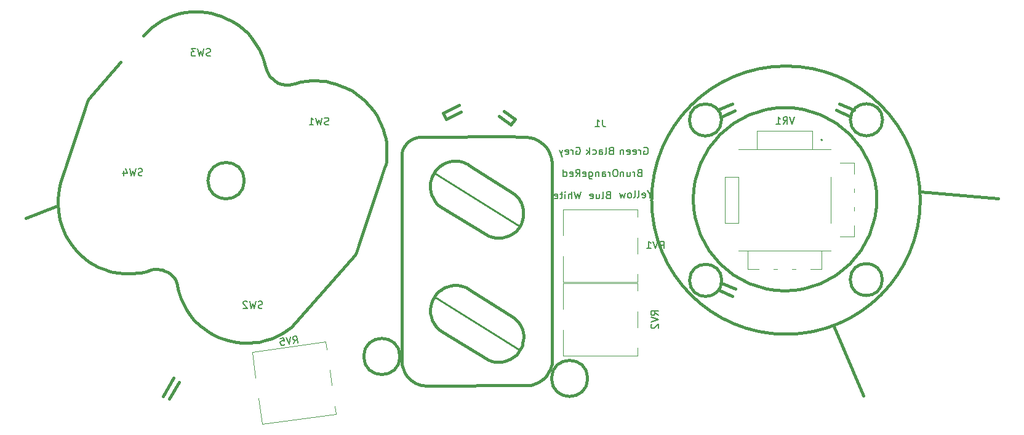
<source format=gbr>
%TF.GenerationSoftware,KiCad,Pcbnew,(6.99.0-2899-g66b8ecb467)*%
%TF.CreationDate,2022-08-21T04:15:40+02:00*%
%TF.ProjectId,Vectrex Pad miniNeoGeo-rounded-jlcpcb,56656374-7265-4782-9050-6164206d696e,1.3*%
%TF.SameCoordinates,Original*%
%TF.FileFunction,Legend,Bot*%
%TF.FilePolarity,Positive*%
%FSLAX46Y46*%
G04 Gerber Fmt 4.6, Leading zero omitted, Abs format (unit mm)*
G04 Created by KiCad (PCBNEW (6.99.0-2899-g66b8ecb467)) date 2022-08-21 04:15:40*
%MOMM*%
%LPD*%
G01*
G04 APERTURE LIST*
%ADD10C,0.400000*%
%ADD11C,0.250000*%
%ADD12C,0.150000*%
%ADD13C,0.120000*%
%ADD14C,0.200000*%
G04 APERTURE END LIST*
D10*
X149758400Y-81191100D02*
X149999700Y-81305400D01*
X149771100Y-98298000D02*
X149961600Y-98399600D01*
X113332260Y-95443040D02*
X113959640Y-95605600D01*
X115491260Y-52240180D02*
X116029740Y-52758340D01*
X158323280Y-99316540D02*
X158417260Y-99049840D01*
X143027400Y-77089000D02*
X149758400Y-81191100D01*
X153162000Y-97878900D02*
X153517600Y-97612200D01*
X197213220Y-93629480D02*
X201353420Y-103179880D01*
X91417140Y-72138540D02*
X91013280Y-73332340D01*
X141732000Y-91300300D02*
X141744700Y-91846400D01*
X137550822Y-97795080D02*
G75*
G03*
X137550822Y-97795080I-2491402J0D01*
G01*
X104935020Y-103256080D02*
X106382820Y-100766880D01*
X100799900Y-86365080D02*
X101528880Y-86283800D01*
X139806680Y-67637660D02*
X139479020Y-67741800D01*
X138043920Y-69034660D02*
X137916920Y-69306440D01*
X104569260Y-85824060D02*
X104846120Y-85877400D01*
X142735300Y-76860400D02*
X143027400Y-77089000D01*
X154266900Y-67543680D02*
X153662380Y-67520820D01*
X108884720Y-50289460D02*
X109519720Y-50271680D01*
X97683320Y-86055200D02*
X98122740Y-86174580D01*
X141782800Y-90805000D02*
X141732000Y-91300300D01*
X154203400Y-76619100D02*
X154076400Y-76377800D01*
X99537520Y-86370160D02*
X100241100Y-86390480D01*
X143466820Y-64267080D02*
X143949420Y-65079880D01*
X151955500Y-98463100D02*
X152387300Y-98298000D01*
X150164800Y-98450400D02*
X150583900Y-98526600D01*
X151188420Y-64673480D02*
X152763220Y-65867280D01*
X102567740Y-53235860D02*
X102923340Y-52920900D01*
X143294100Y-88544400D02*
X143040100Y-88709500D01*
X146875500Y-71297800D02*
X146608800Y-71170800D01*
X154012900Y-96926400D02*
X154241500Y-96570800D01*
X144335500Y-70942200D02*
X144106900Y-71005700D01*
X105534460Y-51125120D02*
X106349800Y-50779680D01*
X209202020Y-75112880D02*
X219895420Y-76052680D01*
X154508200Y-95554800D02*
X154546300Y-95148400D01*
X198051420Y-62946280D02*
X200007220Y-63809880D01*
X152763220Y-65867280D02*
X153398220Y-65130680D01*
X138744960Y-68148200D02*
X138480800Y-68389500D01*
X153492200Y-75615800D02*
X153263600Y-75438000D01*
X117701060Y-54668420D02*
X118160800Y-55435500D01*
X141947900Y-72974200D02*
X141833600Y-73329800D01*
X181389020Y-63784480D02*
X183268620Y-62946280D01*
X106634280Y-87208360D02*
X106809540Y-87591900D01*
X95303340Y-85062060D02*
X96111060Y-85465920D01*
X156852620Y-68224400D02*
X156400500Y-67945000D01*
X156801820Y-101224080D02*
X157076140Y-101031040D01*
X158440120Y-70957440D02*
X158419800Y-70787260D01*
X123903740Y-59977020D02*
X124653040Y-59852560D01*
X154381200Y-94081600D02*
X154241500Y-93713300D01*
X138958320Y-100980240D02*
X139329160Y-101267260D01*
X101528880Y-86283800D02*
X101920040Y-86235540D01*
X147027900Y-88519000D02*
X146710400Y-88315800D01*
X151066500Y-98539300D02*
X151536400Y-98526600D01*
X181823154Y-87304880D02*
G75*
G03*
X181823154Y-87304880I-2212134J0D01*
G01*
X155806140Y-101648260D02*
X156032200Y-101566980D01*
X107094020Y-88833960D02*
X107424220Y-89844880D01*
X119915940Y-95295720D02*
X120474740Y-95051880D01*
X119618760Y-95415100D02*
X119915940Y-95295720D01*
X147078700Y-71437500D02*
X146875500Y-71297800D01*
X98803460Y-86276180D02*
X99537520Y-86370160D01*
X125361700Y-59786520D02*
X126083060Y-59786520D01*
X124653040Y-59852560D02*
X125361700Y-59786520D01*
X153822400Y-80137000D02*
X154038300Y-79819500D01*
X157855920Y-69265800D02*
X157619700Y-68920360D01*
X135580120Y-67726560D02*
X135684260Y-68437760D01*
X112880140Y-50838100D02*
X113619280Y-51173380D01*
X154495500Y-94500700D02*
X154381200Y-94081600D01*
X100241100Y-86390480D02*
X100799900Y-86365080D01*
X203156846Y-76128880D02*
G75*
G03*
X203156846Y-76128880I-12623826J0D01*
G01*
X110825280Y-50365660D02*
X111554260Y-50482500D01*
X153504900Y-92684600D02*
X153238200Y-92468700D01*
X154330400Y-79197200D02*
X154419300Y-78892400D01*
X121282460Y-60276740D02*
X121790460Y-60391040D01*
X154228800Y-79476600D02*
X154330400Y-79197200D01*
X154495500Y-78562200D02*
X154520900Y-78206600D01*
X109519720Y-50271680D02*
X110220760Y-50299620D01*
X94576900Y-62626240D02*
X91417140Y-72138540D01*
X110634780Y-94013020D02*
X111340900Y-94505780D01*
X140756640Y-101790500D02*
X141069060Y-101820980D01*
X132651500Y-62456060D02*
X133352540Y-63195200D01*
X126083060Y-59786520D02*
X126784100Y-59824620D01*
X122664220Y-60314840D02*
X123096020Y-60170060D01*
X130134360Y-60764420D02*
X131018280Y-61236860D01*
X153187400Y-80759300D02*
X153530300Y-80479900D01*
X135656320Y-70977760D02*
X135587740Y-71338440D01*
X107185460Y-50530760D02*
X107886500Y-50396140D01*
X143522700Y-71247000D02*
X143230600Y-71437500D01*
X158511240Y-98356420D02*
X158440120Y-70967600D01*
X158417260Y-99049840D02*
X158470600Y-98861880D01*
X112237520Y-50673000D02*
X112880140Y-50838100D01*
X157345380Y-100850700D02*
X157581600Y-100606860D01*
X137792460Y-69715380D02*
X137774680Y-70104000D01*
X111340900Y-94505780D02*
X111927640Y-94828360D01*
X145986500Y-70954900D02*
X145630900Y-70891400D01*
X94183200Y-84300060D02*
X94736920Y-84711540D01*
X120474740Y-95051880D02*
X121135140Y-94726760D01*
X113619280Y-51173380D02*
X114368580Y-51518820D01*
X142481300Y-72123300D02*
X142265400Y-72402700D01*
X146710400Y-88315800D02*
X146177000Y-88112600D01*
X120167400Y-59690000D02*
X120733820Y-60083700D01*
X90528140Y-77670660D02*
X90622120Y-78437740D01*
X203946700Y-65181480D02*
G75*
G03*
X203946700Y-65181480I-2212280J0D01*
G01*
X157299660Y-68580000D02*
X156852620Y-68224400D01*
X118910100Y-95618300D02*
X119618760Y-95415100D01*
X181820820Y-87711280D02*
X183675020Y-88473280D01*
X128818640Y-60246260D02*
X129463800Y-60495180D01*
X153822400Y-93027500D02*
X153504900Y-92684600D01*
X99118420Y-57210960D02*
X94698820Y-62311280D01*
X140451840Y-101739700D02*
X140756640Y-101790500D01*
X163376919Y-100817680D02*
G75*
G03*
X163376919Y-100817680I-2485699J0D01*
G01*
X106809540Y-87591900D02*
X106923840Y-87990680D01*
X114924840Y-51874420D02*
X115491260Y-52240180D01*
X150583900Y-98526600D02*
X151066500Y-98539300D01*
X146278600Y-71043800D02*
X145986500Y-70954900D01*
X144526000Y-88036400D02*
X144030700Y-88176100D01*
X119044720Y-57779920D02*
X119265700Y-58519060D01*
X142290800Y-89535000D02*
X142049500Y-89979500D01*
X155227020Y-101760020D02*
X155508960Y-101719380D01*
X138341100Y-100233480D02*
X138582400Y-100591620D01*
X104274620Y-85783420D02*
X104569260Y-85824060D01*
X122555000Y-93771720D02*
X131384040Y-83830160D01*
X98122740Y-86174580D02*
X98803460Y-86276180D01*
X154076400Y-76377800D02*
X153885900Y-76060300D01*
X104002840Y-85763100D02*
X104274620Y-85783420D01*
X143230600Y-71437500D02*
X143014700Y-71602600D01*
X126784100Y-59824620D02*
X127302260Y-59883040D01*
X139479020Y-67741800D02*
X139138660Y-67906900D01*
X154861260Y-101782880D02*
X155227020Y-101760020D01*
X118140480Y-95801180D02*
X118910100Y-95618300D01*
X90838020Y-73893680D02*
X90647520Y-74660760D01*
X154241500Y-93713300D02*
X154051000Y-93357700D01*
X142201900Y-93218000D02*
X142557500Y-93687900D01*
X103268780Y-85864700D02*
X103652320Y-85783420D01*
X158135320Y-99755960D02*
X158244540Y-99532440D01*
X106349800Y-50779680D02*
X107185460Y-50530760D01*
X142379700Y-76428600D02*
X142735300Y-76860400D01*
X109230160Y-92745560D02*
X110007400Y-93512640D01*
X135470900Y-71716900D02*
X131518660Y-83439000D01*
X145834100Y-88023700D02*
X145440400Y-87998300D01*
X139745720Y-101485700D02*
X140012420Y-101602540D01*
X131018280Y-61236860D02*
X131919980Y-61851540D01*
X139329160Y-101267260D02*
X139745720Y-101485700D01*
X121716800Y-94371160D02*
X122161300Y-94073980D01*
X157076140Y-101031040D02*
X157345380Y-100850700D01*
X115902740Y-95915480D02*
X116763800Y-95940880D01*
X92422980Y-82471260D02*
X93050360Y-83248500D01*
X153695400Y-75831700D02*
X153492200Y-75615800D01*
X135722360Y-69166740D02*
X135732520Y-69850000D01*
X153398220Y-65130680D02*
X151899620Y-64013080D01*
X203915899Y-87203280D02*
G75*
G03*
X203915899Y-87203280I-2206879J0D01*
G01*
X154444700Y-95910400D02*
X154508200Y-95554800D01*
X107424220Y-89844880D02*
X107835700Y-90708480D01*
X102694740Y-86060280D02*
X103268780Y-85864700D01*
X103977440Y-52026820D02*
X104833420Y-51498500D01*
X158498540Y-98640900D02*
X158511240Y-98356420D01*
X154520900Y-77863700D02*
X154482800Y-77508100D01*
X91848940Y-81602580D02*
X92422980Y-82471260D01*
X154482800Y-77508100D02*
X154419300Y-77203300D01*
X153238200Y-92468700D02*
X147027900Y-88519000D01*
X110220760Y-50299620D02*
X110825280Y-50365660D01*
X155963620Y-67749420D02*
X155425140Y-67602100D01*
X142875000Y-88823800D02*
X142570200Y-89141300D01*
X158470600Y-98861880D02*
X158498540Y-98640900D01*
X138148060Y-99888040D02*
X138341100Y-100233480D01*
X154038300Y-79819500D02*
X154228800Y-79476600D01*
X107886500Y-50396140D02*
X108884720Y-50289460D01*
X117152420Y-53891180D02*
X117701060Y-54668420D01*
X118872000Y-57116980D02*
X119044720Y-57779920D01*
X153885900Y-76060300D02*
X153695400Y-75831700D01*
X135684260Y-68437760D02*
X135722360Y-69166740D01*
X107835700Y-90708480D02*
X108198920Y-91368880D01*
X181389020Y-88625680D02*
X183268620Y-89489280D01*
X129463800Y-60495180D02*
X130134360Y-60764420D01*
X152781000Y-81051400D02*
X153187400Y-80759300D01*
X91160600Y-80205580D02*
X91518740Y-81008220D01*
X149999700Y-81305400D02*
X150304500Y-81381600D01*
X115051840Y-95846900D02*
X115902740Y-95915480D01*
D11*
X142275560Y-89575640D02*
X154043380Y-96944180D01*
D10*
X122161300Y-94073980D02*
X122555000Y-93771720D01*
X181786945Y-65206880D02*
G75*
G03*
X181786945Y-65206880I-2205563J0D01*
G01*
X106222800Y-86700360D02*
X106446320Y-86944200D01*
X146177000Y-88112600D02*
X145834100Y-88023700D01*
X90622120Y-78437740D02*
X90817700Y-79240380D01*
X116606320Y-53286660D02*
X117152420Y-53891180D01*
X149961600Y-98399600D02*
X150164800Y-98450400D01*
X158244540Y-99532440D02*
X158323280Y-99316540D01*
X123096020Y-60170060D02*
X123903740Y-59977020D01*
X151053800Y-81470500D02*
X151574500Y-81432400D01*
X143243300Y-94322900D02*
X149771100Y-98298000D01*
X143040100Y-88709500D02*
X142875000Y-88823800D01*
X128127760Y-60073540D02*
X128818640Y-60246260D01*
X105958640Y-86451440D02*
X106222800Y-86700360D01*
X143662400Y-88328500D02*
X143294100Y-88544400D01*
X121135140Y-94726760D02*
X121716800Y-94371160D01*
X157792420Y-100327460D02*
X157998160Y-99997260D01*
X134792720Y-65432940D02*
X135234680Y-66545460D01*
X119628920Y-59171840D02*
X120167400Y-59690000D01*
X120733820Y-60083700D02*
X121282460Y-60276740D01*
X158054040Y-69623940D02*
X157855920Y-69265800D01*
X157998160Y-99997260D02*
X158135320Y-99755960D01*
X105643680Y-86194900D02*
X105958640Y-86451440D01*
X118160800Y-55435500D02*
X118582440Y-56357520D01*
X134388860Y-64635380D02*
X134792720Y-65432940D01*
X133352540Y-63195200D02*
X133967220Y-63982600D01*
X145651220Y-63124080D02*
X143466820Y-64267080D01*
X143014700Y-71602600D02*
X142709900Y-71843900D01*
X144030700Y-88176100D02*
X143662400Y-88328500D01*
X146608800Y-71170800D02*
X146278600Y-71043800D01*
X141719300Y-73787000D02*
X141693900Y-74218800D01*
X138480800Y-68389500D02*
X138244580Y-68704460D01*
X153517600Y-97612200D02*
X153784300Y-97307400D01*
X153784300Y-97307400D02*
X154012900Y-96926400D01*
X97063560Y-85859620D02*
X97683320Y-86055200D01*
X137774680Y-70104000D02*
X137797540Y-98582480D01*
X152387300Y-98298000D02*
X152793700Y-98120200D01*
X133967220Y-63982600D02*
X134388860Y-64635380D01*
X152438100Y-81178400D02*
X152781000Y-81051400D01*
X102229920Y-86182200D02*
X102694740Y-86060280D01*
X141833600Y-73329800D02*
X141719300Y-73787000D01*
X101920040Y-86235540D02*
X102229920Y-86182200D01*
X131518660Y-83439000D02*
X131384040Y-83830160D01*
X151536400Y-98526600D02*
X151955500Y-98463100D01*
X142100300Y-75933300D02*
X142379700Y-76428600D01*
X135587740Y-71338440D02*
X135470900Y-71716900D01*
X154241500Y-96570800D02*
X154368500Y-96266000D01*
D11*
X142214600Y-72456040D02*
X153984960Y-79860140D01*
D10*
X93050360Y-83248500D02*
X93609160Y-83807300D01*
X155508960Y-101719380D02*
X155806140Y-101648260D01*
X116029740Y-52758340D02*
X116606320Y-53286660D01*
X90451940Y-76880720D02*
X90528140Y-77670660D01*
X139138660Y-67906900D02*
X138744960Y-68148200D01*
X150660100Y-81445100D02*
X151053800Y-81470500D01*
X110007400Y-93512640D02*
X110634780Y-94013020D01*
X142557500Y-93687900D02*
X142824200Y-93980000D01*
X137820400Y-98930460D02*
X137949940Y-99405440D01*
X154051000Y-93357700D02*
X153822400Y-93027500D01*
X106446320Y-86944200D02*
X106634280Y-87208360D01*
X112590580Y-95145860D02*
X113332260Y-95443040D01*
X116763800Y-95940880D02*
X117703600Y-95841820D01*
X154419300Y-77203300D02*
X154317700Y-76898500D01*
X156032200Y-101566980D02*
X156436060Y-101414580D01*
X143827500Y-71120000D02*
X143522700Y-71247000D01*
X152095200Y-81305400D02*
X152438100Y-81178400D01*
X113959640Y-95605600D02*
X115051840Y-95846900D01*
X91013280Y-73332340D02*
X90838020Y-73893680D01*
X153530300Y-80479900D02*
X153822400Y-80137000D01*
X153662380Y-67520820D02*
X153220420Y-67508120D01*
X209137974Y-76255880D02*
G75*
G03*
X209137974Y-76255880I-18477954J0D01*
G01*
X137797540Y-98582480D02*
X137820400Y-98930460D01*
X135732520Y-69850000D02*
X135694420Y-70545960D01*
X142709900Y-71843900D02*
X142481300Y-72123300D01*
X91518740Y-81008220D02*
X91848940Y-81602580D01*
X103652320Y-85783420D02*
X104002840Y-85763100D01*
X142824200Y-93980000D02*
X143243300Y-94322900D01*
X156436060Y-101414580D02*
X156801820Y-101224080D01*
X199575420Y-64724280D02*
X197568820Y-63860680D01*
X142265400Y-72402700D02*
X142100300Y-72682100D01*
X105407460Y-86088220D02*
X105643680Y-86194900D01*
X140319760Y-67581780D02*
X140083540Y-67589400D01*
X144106900Y-71005700D02*
X143827500Y-71120000D01*
X106923840Y-87990680D02*
X107017820Y-88468200D01*
X117703600Y-95841820D02*
X118140480Y-95801180D01*
X102268020Y-53581300D02*
X102567740Y-53235860D01*
X90472260Y-76050140D02*
X90451940Y-76880720D01*
X131919980Y-61851540D02*
X132651500Y-62456060D01*
X138582400Y-100591620D02*
X138958320Y-100980240D01*
X105163620Y-85994240D02*
X105407460Y-86088220D01*
X155021280Y-67556380D02*
X154266900Y-67543680D01*
X93609160Y-83807300D02*
X94183200Y-84300060D01*
X156400500Y-67945000D02*
X155963620Y-67749420D01*
X140012420Y-101602540D02*
X140451840Y-101739700D01*
X103372920Y-52451000D02*
X103977440Y-52026820D01*
X155425140Y-67602100D02*
X155021280Y-67556380D01*
X135694420Y-70545960D02*
X135656320Y-70977760D01*
X152793700Y-98120200D02*
X153162000Y-97878900D01*
X116137406Y-73570000D02*
G75*
G03*
X116137406Y-73570000I-2507406J0D01*
G01*
X145440400Y-87998300D02*
X145008600Y-87985600D01*
X102923340Y-52920900D02*
X103372920Y-52451000D01*
X138244580Y-68704460D02*
X138043920Y-69034660D01*
X135387080Y-67063620D02*
X135580120Y-67726560D01*
X142570200Y-89141300D02*
X142290800Y-89535000D01*
X122290840Y-60363100D02*
X122664220Y-60314840D01*
X154533600Y-94881700D02*
X154495500Y-94500700D01*
X141871700Y-75501500D02*
X142100300Y-75933300D01*
X90401140Y-77071220D02*
X86080600Y-78709520D01*
X154317700Y-76898500D02*
X154203400Y-76619100D01*
X137949940Y-99405440D02*
X138148060Y-99888040D01*
X94698820Y-62311280D02*
X94576900Y-62626240D01*
X154520900Y-78206600D02*
X154520900Y-77863700D01*
X143949420Y-65079880D02*
X145905220Y-64063880D01*
X150304500Y-81381600D02*
X150660100Y-81445100D01*
X141770100Y-75057000D02*
X141871700Y-75501500D01*
X154368500Y-96266000D02*
X154444700Y-95910400D01*
X108198920Y-91368880D02*
X108699300Y-92090240D01*
X104833420Y-51498500D02*
X105534460Y-51125120D01*
X141693900Y-74676000D02*
X141770100Y-75057000D01*
X105773220Y-103637080D02*
X107195620Y-101351080D01*
X158361380Y-70482460D02*
X158234380Y-70027800D01*
X142100300Y-72682100D02*
X141947900Y-72974200D01*
X90647520Y-74660760D02*
X90548460Y-75430380D01*
X137916920Y-69306440D02*
X137792460Y-69715380D01*
X96111060Y-85465920D02*
X97063560Y-85859620D01*
X94736920Y-84711540D02*
X95303340Y-85062060D01*
X145630900Y-70891400D02*
X145389600Y-70853300D01*
X135234680Y-66545460D02*
X135387080Y-67063620D01*
X119265700Y-58519060D02*
X119628920Y-59171840D01*
X90548460Y-75430380D02*
X90472260Y-76050140D01*
X140083540Y-67589400D02*
X139806680Y-67637660D01*
X111927640Y-94828360D02*
X112590580Y-95145860D01*
X121790460Y-60391040D02*
X122290840Y-60363100D01*
X181846220Y-64724280D02*
X183598820Y-63936880D01*
X111554260Y-50482500D02*
X112237520Y-50673000D01*
X141897100Y-90385900D02*
X141782800Y-90805000D01*
X145389600Y-70853300D02*
X145110200Y-70840600D01*
X141069060Y-101820980D02*
X154861260Y-101782880D01*
X145008600Y-87985600D02*
X144526000Y-88036400D01*
X157619700Y-68920360D02*
X157299660Y-68580000D01*
X157581600Y-100606860D02*
X157792420Y-100327460D01*
X153263600Y-75438000D02*
X147078700Y-71437500D01*
X141693900Y-74218800D02*
X141693900Y-74676000D01*
X141986000Y-92786200D02*
X142201900Y-93218000D01*
X144729200Y-70878700D02*
X144335500Y-70942200D01*
X154546300Y-95148400D02*
X154533600Y-94881700D01*
X141833600Y-92341700D02*
X141986000Y-92786200D01*
X142049500Y-89979500D02*
X141897100Y-90385900D01*
X108699300Y-92090240D02*
X109230160Y-92745560D01*
X145110200Y-70840600D02*
X144729200Y-70878700D01*
X90817700Y-79240380D02*
X91160600Y-80205580D01*
X154419300Y-78892400D02*
X154495500Y-78562200D01*
X153220420Y-67508120D02*
X140319760Y-67581780D01*
X151574500Y-81432400D02*
X152095200Y-81305400D01*
X104846120Y-85877400D02*
X105163620Y-85994240D01*
X114368580Y-51518820D02*
X114924840Y-51874420D01*
X127302260Y-59883040D02*
X128127760Y-60073540D01*
X158419800Y-70787260D02*
X158361380Y-70482460D01*
X158234380Y-70027800D02*
X158054040Y-69623940D01*
X107017820Y-88468200D02*
X107094020Y-88833960D01*
X141744700Y-91846400D02*
X141833600Y-92341700D01*
X118582440Y-56357520D02*
X118872000Y-57116980D01*
D12*
%TO.C,*%
%TO.C,VR1*%
X191842543Y-64772380D02*
X191509210Y-65772380D01*
X191509210Y-65772380D02*
X191175877Y-64772380D01*
X190271115Y-65772380D02*
X190604448Y-65296190D01*
X190842543Y-65772380D02*
X190842543Y-64772380D01*
X190842543Y-64772380D02*
X190461591Y-64772380D01*
X190461591Y-64772380D02*
X190366353Y-64820000D01*
X190366353Y-64820000D02*
X190318734Y-64867619D01*
X190318734Y-64867619D02*
X190271115Y-64962857D01*
X190271115Y-64962857D02*
X190271115Y-65105714D01*
X190271115Y-65105714D02*
X190318734Y-65200952D01*
X190318734Y-65200952D02*
X190366353Y-65248571D01*
X190366353Y-65248571D02*
X190461591Y-65296190D01*
X190461591Y-65296190D02*
X190842543Y-65296190D01*
X189318734Y-65772380D02*
X189890162Y-65772380D01*
X189604448Y-65772380D02*
X189604448Y-64772380D01*
X189604448Y-64772380D02*
X189699686Y-64915238D01*
X189699686Y-64915238D02*
X189794924Y-65010476D01*
X189794924Y-65010476D02*
X189890162Y-65058095D01*
%TO.C,SW2*%
X118630532Y-91124761D02*
X118487675Y-91172380D01*
X118487675Y-91172380D02*
X118249580Y-91172380D01*
X118249580Y-91172380D02*
X118154342Y-91124761D01*
X118154342Y-91124761D02*
X118106723Y-91077142D01*
X118106723Y-91077142D02*
X118059104Y-90981904D01*
X118059104Y-90981904D02*
X118059104Y-90886666D01*
X118059104Y-90886666D02*
X118106723Y-90791428D01*
X118106723Y-90791428D02*
X118154342Y-90743809D01*
X118154342Y-90743809D02*
X118249580Y-90696190D01*
X118249580Y-90696190D02*
X118440056Y-90648571D01*
X118440056Y-90648571D02*
X118535294Y-90600952D01*
X118535294Y-90600952D02*
X118582913Y-90553333D01*
X118582913Y-90553333D02*
X118630532Y-90458095D01*
X118630532Y-90458095D02*
X118630532Y-90362857D01*
X118630532Y-90362857D02*
X118582913Y-90267619D01*
X118582913Y-90267619D02*
X118535294Y-90220000D01*
X118535294Y-90220000D02*
X118440056Y-90172380D01*
X118440056Y-90172380D02*
X118201961Y-90172380D01*
X118201961Y-90172380D02*
X118059104Y-90220000D01*
X117725770Y-90172380D02*
X117487675Y-91172380D01*
X117487675Y-91172380D02*
X117297199Y-90458095D01*
X117297199Y-90458095D02*
X117106723Y-91172380D01*
X117106723Y-91172380D02*
X116868628Y-90172380D01*
X116535294Y-90267619D02*
X116487675Y-90220000D01*
X116487675Y-90220000D02*
X116392437Y-90172380D01*
X116392437Y-90172380D02*
X116154342Y-90172380D01*
X116154342Y-90172380D02*
X116059104Y-90220000D01*
X116059104Y-90220000D02*
X116011485Y-90267619D01*
X116011485Y-90267619D02*
X115963866Y-90362857D01*
X115963866Y-90362857D02*
X115963866Y-90458095D01*
X115963866Y-90458095D02*
X116011485Y-90600952D01*
X116011485Y-90600952D02*
X116582913Y-91172380D01*
X116582913Y-91172380D02*
X115963866Y-91172380D01*
%TO.C,SW3*%
X111493132Y-56352161D02*
X111350275Y-56399780D01*
X111350275Y-56399780D02*
X111112180Y-56399780D01*
X111112180Y-56399780D02*
X111016942Y-56352161D01*
X111016942Y-56352161D02*
X110969323Y-56304542D01*
X110969323Y-56304542D02*
X110921704Y-56209304D01*
X110921704Y-56209304D02*
X110921704Y-56114066D01*
X110921704Y-56114066D02*
X110969323Y-56018828D01*
X110969323Y-56018828D02*
X111016942Y-55971209D01*
X111016942Y-55971209D02*
X111112180Y-55923590D01*
X111112180Y-55923590D02*
X111302656Y-55875971D01*
X111302656Y-55875971D02*
X111397894Y-55828352D01*
X111397894Y-55828352D02*
X111445513Y-55780733D01*
X111445513Y-55780733D02*
X111493132Y-55685495D01*
X111493132Y-55685495D02*
X111493132Y-55590257D01*
X111493132Y-55590257D02*
X111445513Y-55495019D01*
X111445513Y-55495019D02*
X111397894Y-55447400D01*
X111397894Y-55447400D02*
X111302656Y-55399780D01*
X111302656Y-55399780D02*
X111064561Y-55399780D01*
X111064561Y-55399780D02*
X110921704Y-55447400D01*
X110588370Y-55399780D02*
X110350275Y-56399780D01*
X110350275Y-56399780D02*
X110159799Y-55685495D01*
X110159799Y-55685495D02*
X109969323Y-56399780D01*
X109969323Y-56399780D02*
X109731228Y-55399780D01*
X109445513Y-55399780D02*
X108826466Y-55399780D01*
X108826466Y-55399780D02*
X109159799Y-55780733D01*
X109159799Y-55780733D02*
X109016942Y-55780733D01*
X109016942Y-55780733D02*
X108921704Y-55828352D01*
X108921704Y-55828352D02*
X108874085Y-55875971D01*
X108874085Y-55875971D02*
X108826466Y-55971209D01*
X108826466Y-55971209D02*
X108826466Y-56209304D01*
X108826466Y-56209304D02*
X108874085Y-56304542D01*
X108874085Y-56304542D02*
X108921704Y-56352161D01*
X108921704Y-56352161D02*
X109016942Y-56399780D01*
X109016942Y-56399780D02*
X109302656Y-56399780D01*
X109302656Y-56399780D02*
X109397894Y-56352161D01*
X109397894Y-56352161D02*
X109445513Y-56304542D01*
%TO.C,RV1*%
X173315238Y-82917380D02*
X173648571Y-82441190D01*
X173886666Y-82917380D02*
X173886666Y-81917380D01*
X173886666Y-81917380D02*
X173505714Y-81917380D01*
X173505714Y-81917380D02*
X173410476Y-81965000D01*
X173410476Y-81965000D02*
X173362857Y-82012619D01*
X173362857Y-82012619D02*
X173315238Y-82107857D01*
X173315238Y-82107857D02*
X173315238Y-82250714D01*
X173315238Y-82250714D02*
X173362857Y-82345952D01*
X173362857Y-82345952D02*
X173410476Y-82393571D01*
X173410476Y-82393571D02*
X173505714Y-82441190D01*
X173505714Y-82441190D02*
X173886666Y-82441190D01*
X173029523Y-81917380D02*
X172696190Y-82917380D01*
X172696190Y-82917380D02*
X172362857Y-81917380D01*
X171505714Y-82917380D02*
X172077142Y-82917380D01*
X171791428Y-82917380D02*
X171791428Y-81917380D01*
X171791428Y-81917380D02*
X171886666Y-82060238D01*
X171886666Y-82060238D02*
X171981904Y-82155476D01*
X171981904Y-82155476D02*
X172077142Y-82203095D01*
%TO.C,RV2*%
X173087380Y-92114761D02*
X172611190Y-91781428D01*
X173087380Y-91543333D02*
X172087380Y-91543333D01*
X172087380Y-91543333D02*
X172087380Y-91924285D01*
X172087380Y-91924285D02*
X172135000Y-92019523D01*
X172135000Y-92019523D02*
X172182619Y-92067142D01*
X172182619Y-92067142D02*
X172277857Y-92114761D01*
X172277857Y-92114761D02*
X172420714Y-92114761D01*
X172420714Y-92114761D02*
X172515952Y-92067142D01*
X172515952Y-92067142D02*
X172563571Y-92019523D01*
X172563571Y-92019523D02*
X172611190Y-91924285D01*
X172611190Y-91924285D02*
X172611190Y-91543333D01*
X172087380Y-92400476D02*
X173087380Y-92733809D01*
X173087380Y-92733809D02*
X172087380Y-93067142D01*
X172182619Y-93352857D02*
X172135000Y-93400476D01*
X172135000Y-93400476D02*
X172087380Y-93495714D01*
X172087380Y-93495714D02*
X172087380Y-93733809D01*
X172087380Y-93733809D02*
X172135000Y-93829047D01*
X172135000Y-93829047D02*
X172182619Y-93876666D01*
X172182619Y-93876666D02*
X172277857Y-93924285D01*
X172277857Y-93924285D02*
X172373095Y-93924285D01*
X172373095Y-93924285D02*
X172515952Y-93876666D01*
X172515952Y-93876666D02*
X173087380Y-93305238D01*
X173087380Y-93305238D02*
X173087380Y-93924285D01*
%TO.C,SW1*%
X127749132Y-65851761D02*
X127606275Y-65899380D01*
X127606275Y-65899380D02*
X127368180Y-65899380D01*
X127368180Y-65899380D02*
X127272942Y-65851761D01*
X127272942Y-65851761D02*
X127225323Y-65804142D01*
X127225323Y-65804142D02*
X127177704Y-65708904D01*
X127177704Y-65708904D02*
X127177704Y-65613666D01*
X127177704Y-65613666D02*
X127225323Y-65518428D01*
X127225323Y-65518428D02*
X127272942Y-65470809D01*
X127272942Y-65470809D02*
X127368180Y-65423190D01*
X127368180Y-65423190D02*
X127558656Y-65375571D01*
X127558656Y-65375571D02*
X127653894Y-65327952D01*
X127653894Y-65327952D02*
X127701513Y-65280333D01*
X127701513Y-65280333D02*
X127749132Y-65185095D01*
X127749132Y-65185095D02*
X127749132Y-65089857D01*
X127749132Y-65089857D02*
X127701513Y-64994619D01*
X127701513Y-64994619D02*
X127653894Y-64947000D01*
X127653894Y-64947000D02*
X127558656Y-64899380D01*
X127558656Y-64899380D02*
X127320561Y-64899380D01*
X127320561Y-64899380D02*
X127177704Y-64947000D01*
X126844370Y-64899380D02*
X126606275Y-65899380D01*
X126606275Y-65899380D02*
X126415799Y-65185095D01*
X126415799Y-65185095D02*
X126225323Y-65899380D01*
X126225323Y-65899380D02*
X125987228Y-64899380D01*
X125082466Y-65899380D02*
X125653894Y-65899380D01*
X125368180Y-65899380D02*
X125368180Y-64899380D01*
X125368180Y-64899380D02*
X125463418Y-65042238D01*
X125463418Y-65042238D02*
X125558656Y-65137476D01*
X125558656Y-65137476D02*
X125653894Y-65185095D01*
%TO.C,J1*%
X165433333Y-65153380D02*
X165433333Y-65867666D01*
X165433333Y-65867666D02*
X165480952Y-66010523D01*
X165480952Y-66010523D02*
X165576190Y-66105761D01*
X165576190Y-66105761D02*
X165719047Y-66153380D01*
X165719047Y-66153380D02*
X165814285Y-66153380D01*
X164433333Y-66153380D02*
X165004761Y-66153380D01*
X164719047Y-66153380D02*
X164719047Y-65153380D01*
X164719047Y-65153380D02*
X164814285Y-65296238D01*
X164814285Y-65296238D02*
X164909523Y-65391476D01*
X164909523Y-65391476D02*
X165004761Y-65439095D01*
X161798095Y-69011000D02*
X161893333Y-68963380D01*
X161893333Y-68963380D02*
X162036190Y-68963380D01*
X162036190Y-68963380D02*
X162179047Y-69011000D01*
X162179047Y-69011000D02*
X162274285Y-69106238D01*
X162274285Y-69106238D02*
X162321904Y-69201476D01*
X162321904Y-69201476D02*
X162369523Y-69391952D01*
X162369523Y-69391952D02*
X162369523Y-69534809D01*
X162369523Y-69534809D02*
X162321904Y-69725285D01*
X162321904Y-69725285D02*
X162274285Y-69820523D01*
X162274285Y-69820523D02*
X162179047Y-69915761D01*
X162179047Y-69915761D02*
X162036190Y-69963380D01*
X162036190Y-69963380D02*
X161940952Y-69963380D01*
X161940952Y-69963380D02*
X161798095Y-69915761D01*
X161798095Y-69915761D02*
X161750476Y-69868142D01*
X161750476Y-69868142D02*
X161750476Y-69534809D01*
X161750476Y-69534809D02*
X161940952Y-69534809D01*
X161321904Y-69963380D02*
X161321904Y-69296714D01*
X161321904Y-69487190D02*
X161274285Y-69391952D01*
X161274285Y-69391952D02*
X161226666Y-69344333D01*
X161226666Y-69344333D02*
X161131428Y-69296714D01*
X161131428Y-69296714D02*
X161036190Y-69296714D01*
X160321904Y-69915761D02*
X160417142Y-69963380D01*
X160417142Y-69963380D02*
X160607618Y-69963380D01*
X160607618Y-69963380D02*
X160702856Y-69915761D01*
X160702856Y-69915761D02*
X160750475Y-69820523D01*
X160750475Y-69820523D02*
X160750475Y-69439571D01*
X160750475Y-69439571D02*
X160702856Y-69344333D01*
X160702856Y-69344333D02*
X160607618Y-69296714D01*
X160607618Y-69296714D02*
X160417142Y-69296714D01*
X160417142Y-69296714D02*
X160321904Y-69344333D01*
X160321904Y-69344333D02*
X160274285Y-69439571D01*
X160274285Y-69439571D02*
X160274285Y-69534809D01*
X160274285Y-69534809D02*
X160750475Y-69630047D01*
X159940951Y-69296714D02*
X159702856Y-69963380D01*
X159464761Y-69296714D02*
X159702856Y-69963380D01*
X159702856Y-69963380D02*
X159798094Y-70201476D01*
X159798094Y-70201476D02*
X159845713Y-70249095D01*
X159845713Y-70249095D02*
X159940951Y-70296714D01*
X166576190Y-69439571D02*
X166433333Y-69487190D01*
X166433333Y-69487190D02*
X166385714Y-69534809D01*
X166385714Y-69534809D02*
X166338095Y-69630047D01*
X166338095Y-69630047D02*
X166338095Y-69772904D01*
X166338095Y-69772904D02*
X166385714Y-69868142D01*
X166385714Y-69868142D02*
X166433333Y-69915761D01*
X166433333Y-69915761D02*
X166528571Y-69963380D01*
X166528571Y-69963380D02*
X166909523Y-69963380D01*
X166909523Y-69963380D02*
X166909523Y-68963380D01*
X166909523Y-68963380D02*
X166576190Y-68963380D01*
X166576190Y-68963380D02*
X166480952Y-69011000D01*
X166480952Y-69011000D02*
X166433333Y-69058619D01*
X166433333Y-69058619D02*
X166385714Y-69153857D01*
X166385714Y-69153857D02*
X166385714Y-69249095D01*
X166385714Y-69249095D02*
X166433333Y-69344333D01*
X166433333Y-69344333D02*
X166480952Y-69391952D01*
X166480952Y-69391952D02*
X166576190Y-69439571D01*
X166576190Y-69439571D02*
X166909523Y-69439571D01*
X165766666Y-69963380D02*
X165861904Y-69915761D01*
X165861904Y-69915761D02*
X165909523Y-69820523D01*
X165909523Y-69820523D02*
X165909523Y-68963380D01*
X164957142Y-69963380D02*
X164957142Y-69439571D01*
X164957142Y-69439571D02*
X165004761Y-69344333D01*
X165004761Y-69344333D02*
X165099999Y-69296714D01*
X165099999Y-69296714D02*
X165290475Y-69296714D01*
X165290475Y-69296714D02*
X165385713Y-69344333D01*
X164957142Y-69915761D02*
X165052380Y-69963380D01*
X165052380Y-69963380D02*
X165290475Y-69963380D01*
X165290475Y-69963380D02*
X165385713Y-69915761D01*
X165385713Y-69915761D02*
X165433332Y-69820523D01*
X165433332Y-69820523D02*
X165433332Y-69725285D01*
X165433332Y-69725285D02*
X165385713Y-69630047D01*
X165385713Y-69630047D02*
X165290475Y-69582428D01*
X165290475Y-69582428D02*
X165052380Y-69582428D01*
X165052380Y-69582428D02*
X164957142Y-69534809D01*
X164052380Y-69915761D02*
X164147618Y-69963380D01*
X164147618Y-69963380D02*
X164338094Y-69963380D01*
X164338094Y-69963380D02*
X164433332Y-69915761D01*
X164433332Y-69915761D02*
X164480951Y-69868142D01*
X164480951Y-69868142D02*
X164528570Y-69772904D01*
X164528570Y-69772904D02*
X164528570Y-69487190D01*
X164528570Y-69487190D02*
X164480951Y-69391952D01*
X164480951Y-69391952D02*
X164433332Y-69344333D01*
X164433332Y-69344333D02*
X164338094Y-69296714D01*
X164338094Y-69296714D02*
X164147618Y-69296714D01*
X164147618Y-69296714D02*
X164052380Y-69344333D01*
X163623808Y-69963380D02*
X163623808Y-68963380D01*
X163528570Y-69582428D02*
X163242856Y-69963380D01*
X163242856Y-69296714D02*
X163623808Y-69677666D01*
X167290476Y-72011380D02*
X167100000Y-72011380D01*
X167100000Y-72011380D02*
X167004762Y-72059000D01*
X167004762Y-72059000D02*
X166909524Y-72154238D01*
X166909524Y-72154238D02*
X166861905Y-72344714D01*
X166861905Y-72344714D02*
X166861905Y-72678047D01*
X166861905Y-72678047D02*
X166909524Y-72868523D01*
X166909524Y-72868523D02*
X167004762Y-72963761D01*
X167004762Y-72963761D02*
X167100000Y-73011380D01*
X167100000Y-73011380D02*
X167290476Y-73011380D01*
X167290476Y-73011380D02*
X167385714Y-72963761D01*
X167385714Y-72963761D02*
X167480952Y-72868523D01*
X167480952Y-72868523D02*
X167528571Y-72678047D01*
X167528571Y-72678047D02*
X167528571Y-72344714D01*
X167528571Y-72344714D02*
X167480952Y-72154238D01*
X167480952Y-72154238D02*
X167385714Y-72059000D01*
X167385714Y-72059000D02*
X167290476Y-72011380D01*
X166433333Y-73011380D02*
X166433333Y-72344714D01*
X166433333Y-72535190D02*
X166385714Y-72439952D01*
X166385714Y-72439952D02*
X166338095Y-72392333D01*
X166338095Y-72392333D02*
X166242857Y-72344714D01*
X166242857Y-72344714D02*
X166147619Y-72344714D01*
X165385714Y-73011380D02*
X165385714Y-72487571D01*
X165385714Y-72487571D02*
X165433333Y-72392333D01*
X165433333Y-72392333D02*
X165528571Y-72344714D01*
X165528571Y-72344714D02*
X165719047Y-72344714D01*
X165719047Y-72344714D02*
X165814285Y-72392333D01*
X165385714Y-72963761D02*
X165480952Y-73011380D01*
X165480952Y-73011380D02*
X165719047Y-73011380D01*
X165719047Y-73011380D02*
X165814285Y-72963761D01*
X165814285Y-72963761D02*
X165861904Y-72868523D01*
X165861904Y-72868523D02*
X165861904Y-72773285D01*
X165861904Y-72773285D02*
X165814285Y-72678047D01*
X165814285Y-72678047D02*
X165719047Y-72630428D01*
X165719047Y-72630428D02*
X165480952Y-72630428D01*
X165480952Y-72630428D02*
X165385714Y-72582809D01*
X164909523Y-72344714D02*
X164909523Y-73011380D01*
X164909523Y-72439952D02*
X164861904Y-72392333D01*
X164861904Y-72392333D02*
X164766666Y-72344714D01*
X164766666Y-72344714D02*
X164623809Y-72344714D01*
X164623809Y-72344714D02*
X164528571Y-72392333D01*
X164528571Y-72392333D02*
X164480952Y-72487571D01*
X164480952Y-72487571D02*
X164480952Y-73011380D01*
X163576190Y-72344714D02*
X163576190Y-73154238D01*
X163576190Y-73154238D02*
X163623809Y-73249476D01*
X163623809Y-73249476D02*
X163671428Y-73297095D01*
X163671428Y-73297095D02*
X163766666Y-73344714D01*
X163766666Y-73344714D02*
X163909523Y-73344714D01*
X163909523Y-73344714D02*
X164004761Y-73297095D01*
X163576190Y-72963761D02*
X163671428Y-73011380D01*
X163671428Y-73011380D02*
X163861904Y-73011380D01*
X163861904Y-73011380D02*
X163957142Y-72963761D01*
X163957142Y-72963761D02*
X164004761Y-72916142D01*
X164004761Y-72916142D02*
X164052380Y-72820904D01*
X164052380Y-72820904D02*
X164052380Y-72535190D01*
X164052380Y-72535190D02*
X164004761Y-72439952D01*
X164004761Y-72439952D02*
X163957142Y-72392333D01*
X163957142Y-72392333D02*
X163861904Y-72344714D01*
X163861904Y-72344714D02*
X163671428Y-72344714D01*
X163671428Y-72344714D02*
X163576190Y-72392333D01*
X162719047Y-72963761D02*
X162814285Y-73011380D01*
X162814285Y-73011380D02*
X163004761Y-73011380D01*
X163004761Y-73011380D02*
X163099999Y-72963761D01*
X163099999Y-72963761D02*
X163147618Y-72868523D01*
X163147618Y-72868523D02*
X163147618Y-72487571D01*
X163147618Y-72487571D02*
X163099999Y-72392333D01*
X163099999Y-72392333D02*
X163004761Y-72344714D01*
X163004761Y-72344714D02*
X162814285Y-72344714D01*
X162814285Y-72344714D02*
X162719047Y-72392333D01*
X162719047Y-72392333D02*
X162671428Y-72487571D01*
X162671428Y-72487571D02*
X162671428Y-72582809D01*
X162671428Y-72582809D02*
X163147618Y-72678047D01*
X171925715Y-75456190D02*
X171925715Y-75932380D01*
X172259048Y-74932380D02*
X171925715Y-75456190D01*
X171925715Y-75456190D02*
X171592382Y-74932380D01*
X170878096Y-75884761D02*
X170973334Y-75932380D01*
X170973334Y-75932380D02*
X171163810Y-75932380D01*
X171163810Y-75932380D02*
X171259048Y-75884761D01*
X171259048Y-75884761D02*
X171306667Y-75789523D01*
X171306667Y-75789523D02*
X171306667Y-75408571D01*
X171306667Y-75408571D02*
X171259048Y-75313333D01*
X171259048Y-75313333D02*
X171163810Y-75265714D01*
X171163810Y-75265714D02*
X170973334Y-75265714D01*
X170973334Y-75265714D02*
X170878096Y-75313333D01*
X170878096Y-75313333D02*
X170830477Y-75408571D01*
X170830477Y-75408571D02*
X170830477Y-75503809D01*
X170830477Y-75503809D02*
X171306667Y-75599047D01*
X170259048Y-75932380D02*
X170354286Y-75884761D01*
X170354286Y-75884761D02*
X170401905Y-75789523D01*
X170401905Y-75789523D02*
X170401905Y-74932380D01*
X169735238Y-75932380D02*
X169830476Y-75884761D01*
X169830476Y-75884761D02*
X169878095Y-75789523D01*
X169878095Y-75789523D02*
X169878095Y-74932380D01*
X169211428Y-75932380D02*
X169306666Y-75884761D01*
X169306666Y-75884761D02*
X169354285Y-75837142D01*
X169354285Y-75837142D02*
X169401904Y-75741904D01*
X169401904Y-75741904D02*
X169401904Y-75456190D01*
X169401904Y-75456190D02*
X169354285Y-75360952D01*
X169354285Y-75360952D02*
X169306666Y-75313333D01*
X169306666Y-75313333D02*
X169211428Y-75265714D01*
X169211428Y-75265714D02*
X169068571Y-75265714D01*
X169068571Y-75265714D02*
X168973333Y-75313333D01*
X168973333Y-75313333D02*
X168925714Y-75360952D01*
X168925714Y-75360952D02*
X168878095Y-75456190D01*
X168878095Y-75456190D02*
X168878095Y-75741904D01*
X168878095Y-75741904D02*
X168925714Y-75837142D01*
X168925714Y-75837142D02*
X168973333Y-75884761D01*
X168973333Y-75884761D02*
X169068571Y-75932380D01*
X169068571Y-75932380D02*
X169211428Y-75932380D01*
X168544761Y-75265714D02*
X168354285Y-75932380D01*
X168354285Y-75932380D02*
X168163809Y-75456190D01*
X168163809Y-75456190D02*
X167973333Y-75932380D01*
X167973333Y-75932380D02*
X167782857Y-75265714D01*
X171116191Y-69011000D02*
X171211429Y-68963380D01*
X171211429Y-68963380D02*
X171354286Y-68963380D01*
X171354286Y-68963380D02*
X171497143Y-69011000D01*
X171497143Y-69011000D02*
X171592381Y-69106238D01*
X171592381Y-69106238D02*
X171640000Y-69201476D01*
X171640000Y-69201476D02*
X171687619Y-69391952D01*
X171687619Y-69391952D02*
X171687619Y-69534809D01*
X171687619Y-69534809D02*
X171640000Y-69725285D01*
X171640000Y-69725285D02*
X171592381Y-69820523D01*
X171592381Y-69820523D02*
X171497143Y-69915761D01*
X171497143Y-69915761D02*
X171354286Y-69963380D01*
X171354286Y-69963380D02*
X171259048Y-69963380D01*
X171259048Y-69963380D02*
X171116191Y-69915761D01*
X171116191Y-69915761D02*
X171068572Y-69868142D01*
X171068572Y-69868142D02*
X171068572Y-69534809D01*
X171068572Y-69534809D02*
X171259048Y-69534809D01*
X170640000Y-69963380D02*
X170640000Y-69296714D01*
X170640000Y-69487190D02*
X170592381Y-69391952D01*
X170592381Y-69391952D02*
X170544762Y-69344333D01*
X170544762Y-69344333D02*
X170449524Y-69296714D01*
X170449524Y-69296714D02*
X170354286Y-69296714D01*
X169640000Y-69915761D02*
X169735238Y-69963380D01*
X169735238Y-69963380D02*
X169925714Y-69963380D01*
X169925714Y-69963380D02*
X170020952Y-69915761D01*
X170020952Y-69915761D02*
X170068571Y-69820523D01*
X170068571Y-69820523D02*
X170068571Y-69439571D01*
X170068571Y-69439571D02*
X170020952Y-69344333D01*
X170020952Y-69344333D02*
X169925714Y-69296714D01*
X169925714Y-69296714D02*
X169735238Y-69296714D01*
X169735238Y-69296714D02*
X169640000Y-69344333D01*
X169640000Y-69344333D02*
X169592381Y-69439571D01*
X169592381Y-69439571D02*
X169592381Y-69534809D01*
X169592381Y-69534809D02*
X170068571Y-69630047D01*
X168782857Y-69915761D02*
X168878095Y-69963380D01*
X168878095Y-69963380D02*
X169068571Y-69963380D01*
X169068571Y-69963380D02*
X169163809Y-69915761D01*
X169163809Y-69915761D02*
X169211428Y-69820523D01*
X169211428Y-69820523D02*
X169211428Y-69439571D01*
X169211428Y-69439571D02*
X169163809Y-69344333D01*
X169163809Y-69344333D02*
X169068571Y-69296714D01*
X169068571Y-69296714D02*
X168878095Y-69296714D01*
X168878095Y-69296714D02*
X168782857Y-69344333D01*
X168782857Y-69344333D02*
X168735238Y-69439571D01*
X168735238Y-69439571D02*
X168735238Y-69534809D01*
X168735238Y-69534809D02*
X169211428Y-69630047D01*
X168306666Y-69296714D02*
X168306666Y-69963380D01*
X168306666Y-69391952D02*
X168259047Y-69344333D01*
X168259047Y-69344333D02*
X168163809Y-69296714D01*
X168163809Y-69296714D02*
X168020952Y-69296714D01*
X168020952Y-69296714D02*
X167925714Y-69344333D01*
X167925714Y-69344333D02*
X167878095Y-69439571D01*
X167878095Y-69439571D02*
X167878095Y-69963380D01*
X166171428Y-75535571D02*
X166028571Y-75583190D01*
X166028571Y-75583190D02*
X165980952Y-75630809D01*
X165980952Y-75630809D02*
X165933333Y-75726047D01*
X165933333Y-75726047D02*
X165933333Y-75868904D01*
X165933333Y-75868904D02*
X165980952Y-75964142D01*
X165980952Y-75964142D02*
X166028571Y-76011761D01*
X166028571Y-76011761D02*
X166123809Y-76059380D01*
X166123809Y-76059380D02*
X166504761Y-76059380D01*
X166504761Y-76059380D02*
X166504761Y-75059380D01*
X166504761Y-75059380D02*
X166171428Y-75059380D01*
X166171428Y-75059380D02*
X166076190Y-75107000D01*
X166076190Y-75107000D02*
X166028571Y-75154619D01*
X166028571Y-75154619D02*
X165980952Y-75249857D01*
X165980952Y-75249857D02*
X165980952Y-75345095D01*
X165980952Y-75345095D02*
X166028571Y-75440333D01*
X166028571Y-75440333D02*
X166076190Y-75487952D01*
X166076190Y-75487952D02*
X166171428Y-75535571D01*
X166171428Y-75535571D02*
X166504761Y-75535571D01*
X165361904Y-76059380D02*
X165457142Y-76011761D01*
X165457142Y-76011761D02*
X165504761Y-75916523D01*
X165504761Y-75916523D02*
X165504761Y-75059380D01*
X164552380Y-75392714D02*
X164552380Y-76059380D01*
X164980951Y-75392714D02*
X164980951Y-75916523D01*
X164980951Y-75916523D02*
X164933332Y-76011761D01*
X164933332Y-76011761D02*
X164838094Y-76059380D01*
X164838094Y-76059380D02*
X164695237Y-76059380D01*
X164695237Y-76059380D02*
X164599999Y-76011761D01*
X164599999Y-76011761D02*
X164552380Y-75964142D01*
X163695237Y-76011761D02*
X163790475Y-76059380D01*
X163790475Y-76059380D02*
X163980951Y-76059380D01*
X163980951Y-76059380D02*
X164076189Y-76011761D01*
X164076189Y-76011761D02*
X164123808Y-75916523D01*
X164123808Y-75916523D02*
X164123808Y-75535571D01*
X164123808Y-75535571D02*
X164076189Y-75440333D01*
X164076189Y-75440333D02*
X163980951Y-75392714D01*
X163980951Y-75392714D02*
X163790475Y-75392714D01*
X163790475Y-75392714D02*
X163695237Y-75440333D01*
X163695237Y-75440333D02*
X163647618Y-75535571D01*
X163647618Y-75535571D02*
X163647618Y-75630809D01*
X163647618Y-75630809D02*
X164123808Y-75726047D01*
X161750476Y-73011380D02*
X162083809Y-72535190D01*
X162321904Y-73011380D02*
X162321904Y-72011380D01*
X162321904Y-72011380D02*
X161940952Y-72011380D01*
X161940952Y-72011380D02*
X161845714Y-72059000D01*
X161845714Y-72059000D02*
X161798095Y-72106619D01*
X161798095Y-72106619D02*
X161750476Y-72201857D01*
X161750476Y-72201857D02*
X161750476Y-72344714D01*
X161750476Y-72344714D02*
X161798095Y-72439952D01*
X161798095Y-72439952D02*
X161845714Y-72487571D01*
X161845714Y-72487571D02*
X161940952Y-72535190D01*
X161940952Y-72535190D02*
X162321904Y-72535190D01*
X160940952Y-72963761D02*
X161036190Y-73011380D01*
X161036190Y-73011380D02*
X161226666Y-73011380D01*
X161226666Y-73011380D02*
X161321904Y-72963761D01*
X161321904Y-72963761D02*
X161369523Y-72868523D01*
X161369523Y-72868523D02*
X161369523Y-72487571D01*
X161369523Y-72487571D02*
X161321904Y-72392333D01*
X161321904Y-72392333D02*
X161226666Y-72344714D01*
X161226666Y-72344714D02*
X161036190Y-72344714D01*
X161036190Y-72344714D02*
X160940952Y-72392333D01*
X160940952Y-72392333D02*
X160893333Y-72487571D01*
X160893333Y-72487571D02*
X160893333Y-72582809D01*
X160893333Y-72582809D02*
X161369523Y-72678047D01*
X160036190Y-73011380D02*
X160036190Y-72011380D01*
X160036190Y-72963761D02*
X160131428Y-73011380D01*
X160131428Y-73011380D02*
X160321904Y-73011380D01*
X160321904Y-73011380D02*
X160417142Y-72963761D01*
X160417142Y-72963761D02*
X160464761Y-72916142D01*
X160464761Y-72916142D02*
X160512380Y-72820904D01*
X160512380Y-72820904D02*
X160512380Y-72535190D01*
X160512380Y-72535190D02*
X160464761Y-72439952D01*
X160464761Y-72439952D02*
X160417142Y-72392333D01*
X160417142Y-72392333D02*
X160321904Y-72344714D01*
X160321904Y-72344714D02*
X160131428Y-72344714D01*
X160131428Y-72344714D02*
X160036190Y-72392333D01*
X162417142Y-75059380D02*
X162179047Y-76059380D01*
X162179047Y-76059380D02*
X161988571Y-75345095D01*
X161988571Y-75345095D02*
X161798095Y-76059380D01*
X161798095Y-76059380D02*
X161560000Y-75059380D01*
X161179047Y-76059380D02*
X161179047Y-75059380D01*
X160750476Y-76059380D02*
X160750476Y-75535571D01*
X160750476Y-75535571D02*
X160798095Y-75440333D01*
X160798095Y-75440333D02*
X160893333Y-75392714D01*
X160893333Y-75392714D02*
X161036190Y-75392714D01*
X161036190Y-75392714D02*
X161131428Y-75440333D01*
X161131428Y-75440333D02*
X161179047Y-75487952D01*
X160274285Y-76059380D02*
X160274285Y-75392714D01*
X160274285Y-75059380D02*
X160321904Y-75107000D01*
X160321904Y-75107000D02*
X160274285Y-75154619D01*
X160274285Y-75154619D02*
X160226666Y-75107000D01*
X160226666Y-75107000D02*
X160274285Y-75059380D01*
X160274285Y-75059380D02*
X160274285Y-75154619D01*
X159940952Y-75392714D02*
X159560000Y-75392714D01*
X159798095Y-75059380D02*
X159798095Y-75916523D01*
X159798095Y-75916523D02*
X159750476Y-76011761D01*
X159750476Y-76011761D02*
X159655238Y-76059380D01*
X159655238Y-76059380D02*
X159560000Y-76059380D01*
X158845714Y-76011761D02*
X158940952Y-76059380D01*
X158940952Y-76059380D02*
X159131428Y-76059380D01*
X159131428Y-76059380D02*
X159226666Y-76011761D01*
X159226666Y-76011761D02*
X159274285Y-75916523D01*
X159274285Y-75916523D02*
X159274285Y-75535571D01*
X159274285Y-75535571D02*
X159226666Y-75440333D01*
X159226666Y-75440333D02*
X159131428Y-75392714D01*
X159131428Y-75392714D02*
X158940952Y-75392714D01*
X158940952Y-75392714D02*
X158845714Y-75440333D01*
X158845714Y-75440333D02*
X158798095Y-75535571D01*
X158798095Y-75535571D02*
X158798095Y-75630809D01*
X158798095Y-75630809D02*
X159274285Y-75726047D01*
X170497143Y-72487571D02*
X170354286Y-72535190D01*
X170354286Y-72535190D02*
X170306667Y-72582809D01*
X170306667Y-72582809D02*
X170259048Y-72678047D01*
X170259048Y-72678047D02*
X170259048Y-72820904D01*
X170259048Y-72820904D02*
X170306667Y-72916142D01*
X170306667Y-72916142D02*
X170354286Y-72963761D01*
X170354286Y-72963761D02*
X170449524Y-73011380D01*
X170449524Y-73011380D02*
X170830476Y-73011380D01*
X170830476Y-73011380D02*
X170830476Y-72011380D01*
X170830476Y-72011380D02*
X170497143Y-72011380D01*
X170497143Y-72011380D02*
X170401905Y-72059000D01*
X170401905Y-72059000D02*
X170354286Y-72106619D01*
X170354286Y-72106619D02*
X170306667Y-72201857D01*
X170306667Y-72201857D02*
X170306667Y-72297095D01*
X170306667Y-72297095D02*
X170354286Y-72392333D01*
X170354286Y-72392333D02*
X170401905Y-72439952D01*
X170401905Y-72439952D02*
X170497143Y-72487571D01*
X170497143Y-72487571D02*
X170830476Y-72487571D01*
X169830476Y-73011380D02*
X169830476Y-72344714D01*
X169830476Y-72535190D02*
X169782857Y-72439952D01*
X169782857Y-72439952D02*
X169735238Y-72392333D01*
X169735238Y-72392333D02*
X169640000Y-72344714D01*
X169640000Y-72344714D02*
X169544762Y-72344714D01*
X168782857Y-72344714D02*
X168782857Y-73011380D01*
X169211428Y-72344714D02*
X169211428Y-72868523D01*
X169211428Y-72868523D02*
X169163809Y-72963761D01*
X169163809Y-72963761D02*
X169068571Y-73011380D01*
X169068571Y-73011380D02*
X168925714Y-73011380D01*
X168925714Y-73011380D02*
X168830476Y-72963761D01*
X168830476Y-72963761D02*
X168782857Y-72916142D01*
X168306666Y-72344714D02*
X168306666Y-73011380D01*
X168306666Y-72439952D02*
X168259047Y-72392333D01*
X168259047Y-72392333D02*
X168163809Y-72344714D01*
X168163809Y-72344714D02*
X168020952Y-72344714D01*
X168020952Y-72344714D02*
X167925714Y-72392333D01*
X167925714Y-72392333D02*
X167878095Y-72487571D01*
X167878095Y-72487571D02*
X167878095Y-73011380D01*
%TO.C,SW4*%
X102120532Y-72836761D02*
X101977675Y-72884380D01*
X101977675Y-72884380D02*
X101739580Y-72884380D01*
X101739580Y-72884380D02*
X101644342Y-72836761D01*
X101644342Y-72836761D02*
X101596723Y-72789142D01*
X101596723Y-72789142D02*
X101549104Y-72693904D01*
X101549104Y-72693904D02*
X101549104Y-72598666D01*
X101549104Y-72598666D02*
X101596723Y-72503428D01*
X101596723Y-72503428D02*
X101644342Y-72455809D01*
X101644342Y-72455809D02*
X101739580Y-72408190D01*
X101739580Y-72408190D02*
X101930056Y-72360571D01*
X101930056Y-72360571D02*
X102025294Y-72312952D01*
X102025294Y-72312952D02*
X102072913Y-72265333D01*
X102072913Y-72265333D02*
X102120532Y-72170095D01*
X102120532Y-72170095D02*
X102120532Y-72074857D01*
X102120532Y-72074857D02*
X102072913Y-71979619D01*
X102072913Y-71979619D02*
X102025294Y-71932000D01*
X102025294Y-71932000D02*
X101930056Y-71884380D01*
X101930056Y-71884380D02*
X101691961Y-71884380D01*
X101691961Y-71884380D02*
X101549104Y-71932000D01*
X101215770Y-71884380D02*
X100977675Y-72884380D01*
X100977675Y-72884380D02*
X100787199Y-72170095D01*
X100787199Y-72170095D02*
X100596723Y-72884380D01*
X100596723Y-72884380D02*
X100358628Y-71884380D01*
X99549104Y-72217714D02*
X99549104Y-72884380D01*
X99787199Y-71836761D02*
X100025294Y-72551047D01*
X100025294Y-72551047D02*
X99406247Y-72551047D01*
%TO.C,RV5*%
X122941574Y-96038964D02*
X123205391Y-95521017D01*
X123507442Y-95959436D02*
X123368269Y-94969168D01*
X123368269Y-94969168D02*
X122991024Y-95022187D01*
X122991024Y-95022187D02*
X122903340Y-95082597D01*
X122903340Y-95082597D02*
X122862812Y-95136380D01*
X122862812Y-95136380D02*
X122828910Y-95237318D01*
X122828910Y-95237318D02*
X122848792Y-95378785D01*
X122848792Y-95378785D02*
X122909203Y-95466469D01*
X122909203Y-95466469D02*
X122962985Y-95506998D01*
X122962985Y-95506998D02*
X123063924Y-95540899D01*
X123063924Y-95540899D02*
X123441169Y-95487880D01*
X122519468Y-95088460D02*
X122328551Y-96125119D01*
X122328551Y-96125119D02*
X121859289Y-95181242D01*
X121057643Y-95293906D02*
X121529199Y-95227633D01*
X121529199Y-95227633D02*
X121642628Y-95692562D01*
X121642628Y-95692562D02*
X121588845Y-95652033D01*
X121588845Y-95652033D02*
X121487906Y-95618132D01*
X121487906Y-95618132D02*
X121252128Y-95651269D01*
X121252128Y-95651269D02*
X121164444Y-95711679D01*
X121164444Y-95711679D02*
X121123916Y-95765462D01*
X121123916Y-95765462D02*
X121090015Y-95866400D01*
X121090015Y-95866400D02*
X121123151Y-96102179D01*
X121123151Y-96102179D02*
X121183562Y-96189863D01*
X121183562Y-96189863D02*
X121237345Y-96230391D01*
X121237345Y-96230391D02*
X121338283Y-96264292D01*
X121338283Y-96264292D02*
X121574061Y-96231155D01*
X121574061Y-96231155D02*
X121661745Y-96170745D01*
X121661745Y-96170745D02*
X121702274Y-96116962D01*
D13*
%TO.C,VR1*%
X200025000Y-81280000D02*
X200025000Y-79756000D01*
X200025000Y-77724000D02*
X200025000Y-77216000D01*
X200025000Y-75184000D02*
X200025000Y-74676000D01*
X200025000Y-72644000D02*
X200025000Y-71120000D01*
X200025000Y-71120000D02*
X198120000Y-71120000D01*
X198120000Y-81280000D02*
X200025000Y-81280000D01*
X196850000Y-79375000D02*
X196850000Y-73025000D01*
X196850000Y-69215000D02*
X184150000Y-69215000D01*
X195580000Y-85725000D02*
X195580000Y-83185000D01*
X195580000Y-85725000D02*
X194056000Y-85725000D01*
X194310000Y-69215000D02*
X194310000Y-66675000D01*
X194310000Y-66675000D02*
X186690000Y-66675000D01*
X192024000Y-85725000D02*
X191516000Y-85725000D01*
X189484000Y-85725000D02*
X188976000Y-85725000D01*
X186944000Y-85725000D02*
X185420000Y-85725000D01*
X186690000Y-66675000D02*
X186690000Y-69215000D01*
X185420000Y-85725000D02*
X185420000Y-83185000D01*
X184150000Y-83185000D02*
X196850000Y-83185000D01*
X184150000Y-73025000D02*
X184150000Y-79375000D01*
X184150000Y-73025000D02*
X182245000Y-73025000D01*
X182245000Y-79375000D02*
X184150000Y-79375000D01*
X182245000Y-73025000D02*
X182245000Y-79375000D01*
D14*
X195680000Y-67945000D02*
G75*
G03*
X195680000Y-67945000I-100000J0D01*
G01*
D13*
%TO.C,RV1*%
X170220000Y-87545000D02*
X159980000Y-87545000D01*
X170220000Y-86450000D02*
X170220000Y-87545000D01*
X170220000Y-81451000D02*
X170220000Y-83600000D01*
X170220000Y-77504000D02*
X170220000Y-78599000D01*
X170220000Y-77504000D02*
X159980000Y-77504000D01*
X159980000Y-83950000D02*
X159980000Y-87545000D01*
X159980000Y-77504000D02*
X159980000Y-81100000D01*
%TO.C,RV2*%
X170220000Y-97705000D02*
X159980000Y-97705000D01*
X170220000Y-96610000D02*
X170220000Y-97705000D01*
X170220000Y-91611000D02*
X170220000Y-93760000D01*
X170220000Y-87664000D02*
X170220000Y-88759000D01*
X170220000Y-87664000D02*
X159980000Y-87664000D01*
X159980000Y-94110000D02*
X159980000Y-97705000D01*
X159980000Y-87664000D02*
X159980000Y-91260000D01*
%TO.C,RV5*%
X128739548Y-105704375D02*
X118599203Y-107129507D01*
X128587154Y-104620031D02*
X128739548Y-105704375D01*
X127891428Y-99669681D02*
X128190510Y-101797767D01*
X127342111Y-95761093D02*
X127494506Y-96845437D01*
X127342111Y-95761093D02*
X117201766Y-97186226D01*
X118098876Y-103569494D02*
X118599203Y-107129507D01*
X117201766Y-97186226D02*
X117702233Y-100747230D01*
%TD*%
M02*

</source>
